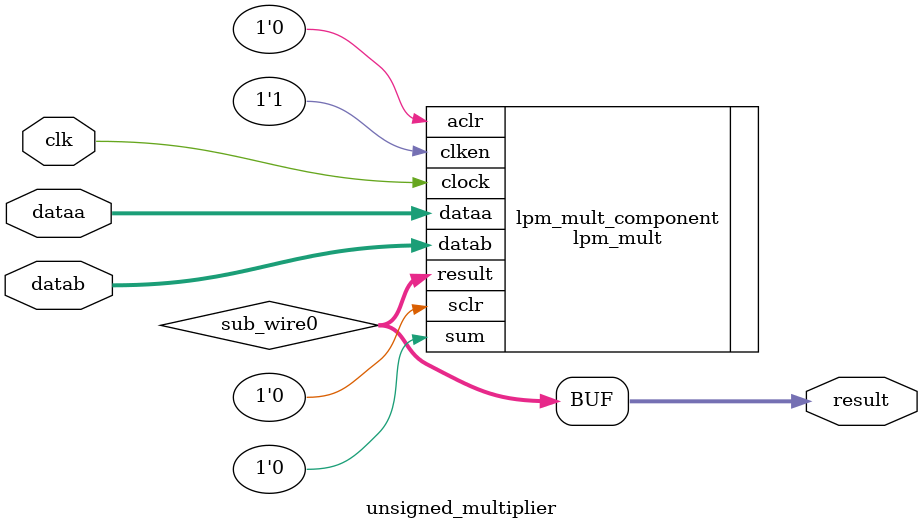
<source format=v>
/*
** unsigned_multiplier.v
**
**
** --> Codigo do modulo multiplicador que recebe valores nao-sinalizados.
** --> 
** -->      
*/

// synopsys translate_off
`timescale 1 ps / 1 ps

// synopsys translate_on
(* multstyle = "dsp" *) module unsigned_multiplier #( parameter DATA_WIDTH=32, parameter END_IDX=DATA_WIDTH-1, parameter END_IDX2=(2*DATA_WIDTH)-1 ) 
				    ( clk, dataa, datab, result );
//-----------------------------------------------------------------------------------------
	input	             clk;
	input	[END_IDX:0]  dataa;
	input	[END_IDX:0]  datab;
	output[END_IDX2:0] result;
//-----------------------------------------------------------------------------------------
	wire [END_IDX2:0] sub_wire0;
	//wire [END_IDX2:0] result = sub_wire0[END_IDX2:0];
	assign result = sub_wire0[END_IDX2:0];

	lpm_mult	lpm_mult_component ( .clock( clk ),
				               .dataa( dataa ),
				               .datab( datab ),
				               .result( sub_wire0 ),
				               .aclr( 1'b0 ),
				               .clken( 1'b1 ),
			 	               .sclr( 1'b0 ),
				               .sum( 1'b0 ) );
	defparam
		lpm_mult_component.lpm_hint = "MAXIMIZE_SPEED=5",
		lpm_mult_component.lpm_type = "LPM_MULT",
		lpm_mult_component.lpm_representation = "UNSIGNED",
		lpm_mult_component.lpm_pipeline = 1,
		lpm_mult_component.lpm_widtha = DATA_WIDTH,
		lpm_mult_component.lpm_widthb = DATA_WIDTH,
		//lpm_mult_component.lpm_widths = DATA_WIDTH,
		lpm_mult_component.lpm_widthp = (DATA_WIDTH*2);
endmodule

// ============================================================
// CNX file retrieval info
// ============================================================
// Retrieval info: PRIVATE: AutoSizeResult NUMERIC "0"
// Retrieval info: PRIVATE: B_isConstant NUMERIC "0"
// Retrieval info: PRIVATE: ConstantB NUMERIC "0"
// Retrieval info: PRIVATE: INTENDED_DEVICE_FAMILY STRING "MAX 10"
// Retrieval info: PRIVATE: LPM_PIPELINE NUMERIC "1"
// Retrieval info: PRIVATE: Latency NUMERIC "1"
// Retrieval info: PRIVATE: SYNTH_WRAPPER_GEN_POSTFIX STRING "1"
// Retrieval info: PRIVATE: SignedMult NUMERIC "0"
// Retrieval info: PRIVATE: USE_MULT NUMERIC "1"
// Retrieval info: PRIVATE: ValidConstant NUMERIC "0"
// Retrieval info: PRIVATE: WidthA NUMERIC "32"
// Retrieval info: PRIVATE: WidthB NUMERIC "32"
// Retrieval info: PRIVATE: WidthP NUMERIC "64"
// Retrieval info: PRIVATE: aclr NUMERIC "0"
// Retrieval info: PRIVATE: clken NUMERIC "0"
// Retrieval info: PRIVATE: new_diagram STRING "1"
// Retrieval info: PRIVATE: optimize NUMERIC "0"
// Retrieval info: LIBRARY: lpm lpm.lpm_components.all
// Retrieval info: CONSTANT: LPM_HINT STRING "MAXIMIZE_SPEED=5"
// Retrieval info: CONSTANT: LPM_PIPELINE NUMERIC "1"
// Retrieval info: CONSTANT: LPM_REPRESENTATION STRING "UNSIGNED"
// Retrieval info: CONSTANT: LPM_TYPE STRING "LPM_MULT"
// Retrieval info: CONSTANT: LPM_WIDTHA NUMERIC "32"
// Retrieval info: CONSTANT: LPM_WIDTHB NUMERIC "32"
// Retrieval info: CONSTANT: LPM_WIDTHP NUMERIC "64"
// Retrieval info: USED_PORT: clock 0 0 0 0 INPUT NODEFVAL "clock"
// Retrieval info: USED_PORT: dataa 0 0 32 0 INPUT NODEFVAL "dataa[31..0]"
// Retrieval info: USED_PORT: datab 0 0 32 0 INPUT NODEFVAL "datab[31..0]"
// Retrieval info: USED_PORT: result 0 0 64 0 OUTPUT NODEFVAL "result[63..0]"
// Retrieval info: CONNECT: @clock 0 0 0 0 clock 0 0 0 0
// Retrieval info: CONNECT: @dataa 0 0 32 0 dataa 0 0 32 0
// Retrieval info: CONNECT: @datab 0 0 32 0 datab 0 0 32 0
// Retrieval info: CONNECT: result 0 0 64 0 @result 0 0 64 0
// Retrieval info: GEN_FILE: TYPE_NORMAL MultUnsigned.v TRUE
// Retrieval info: GEN_FILE: TYPE_NORMAL MultUnsigned.inc FALSE
// Retrieval info: GEN_FILE: TYPE_NORMAL MultUnsigned.cmp FALSE
// Retrieval info: GEN_FILE: TYPE_NORMAL MultUnsigned.bsf FALSE
// Retrieval info: GEN_FILE: TYPE_NORMAL MultUnsigned_inst.v FALSE
// Retrieval info: GEN_FILE: TYPE_NORMAL MultUnsigned_bb.v TRUE
// Retrieval info: GEN_FILE: TYPE_NORMAL MultUnsigned_syn.v TRUE
// Retrieval info: LIB_FILE: lpm

</source>
